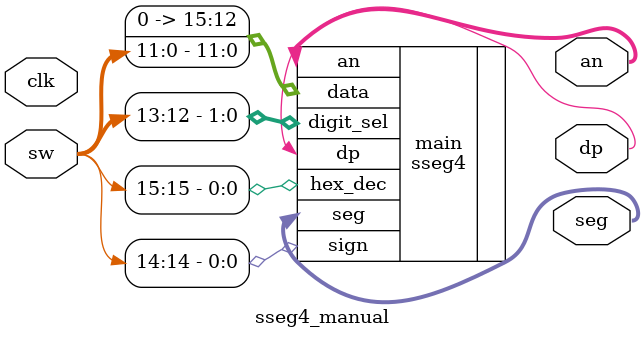
<source format=sv>
`timescale 1ns / 1ps


module sseg4_manual(
    input clk,
    input [15:0] sw,
    output [3:0] an, 
    output [6:0] seg,
    output dp 
    );
    
    sseg4 main(
        .data({4'b0000,sw[11:0]}),
        .hex_dec(sw[15]),
        .sign(sw[14]),
        .digit_sel(sw[13:12]),
        .seg(seg),
        .an(an),
        .dp(dp)
    );
    
endmodule

</source>
